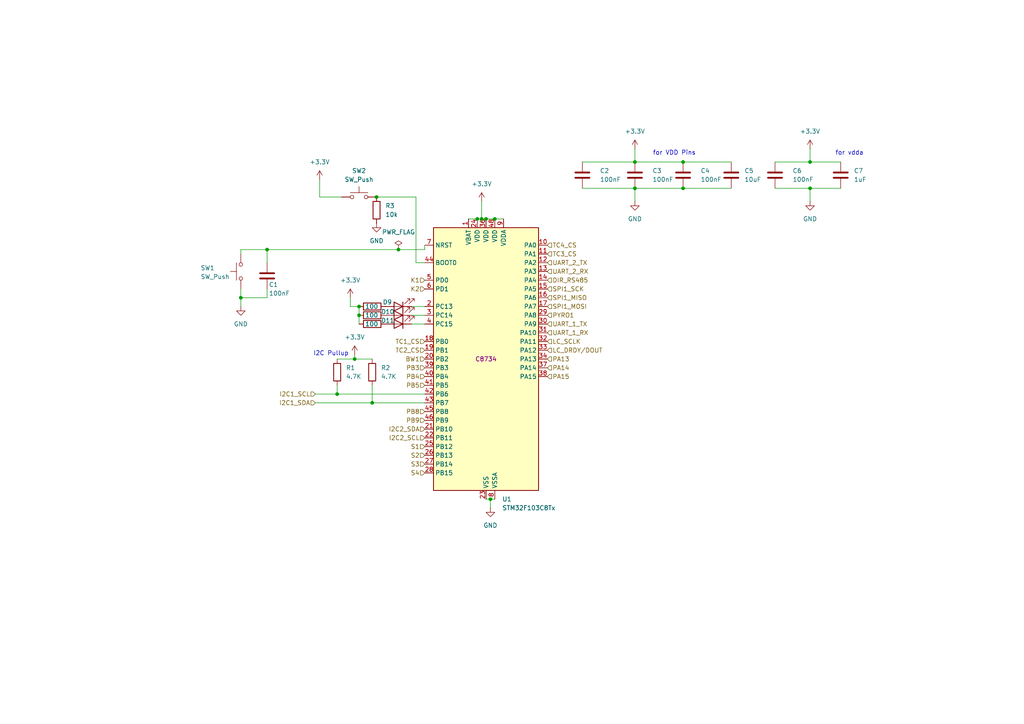
<source format=kicad_sch>
(kicad_sch (version 20250114) (generator "eeschema") (generator_version "9.0")
  (paper "A4")
  (lib_symbols
    (symbol "Device:C" (pin_numbers (hide yes)) (pin_names (offset 0.254))
      (property "Reference" "C" (at 0.635 2.54 0))
      (property "Value" "C" (at 0.635 -2.54 0))
      (symbol "C_0_1"
        (polyline (pts (xy -2.032 0.762) (xy 2.032 0.762)) (stroke (width 0.508)))
        (polyline (pts (xy -2.032 -0.762) (xy 2.032 -0.762)) (stroke (width 0.508)))
      )
      (symbol "C_1_1"
        (pin passive line (at 0 3.81 270) (length 2.794) (name "~") (number "1"))
        (pin passive line (at 0 -3.81 90) (length 2.794) (name "~") (number "2"))
      )
    )
    (symbol "Device:LED" (pin_numbers (hide yes)) (pin_names (offset 1.016) (hide yes))
      (property "Reference" "D" (at 0 2.54 0))
      (property "Value" "LED" (at 0 -2.54 0))
      (symbol "LED_0_1"
        (polyline (pts (xy -3.048 -0.762) (xy -4.572 -2.286) (xy -3.81 -2.286) (xy -4.572 -2.286) (xy -4.572 -1.524)))
        (polyline (pts (xy -1.778 -0.762) (xy -3.302 -2.286) (xy -2.54 -2.286) (xy -3.302 -2.286) (xy -3.302 -1.524)))
        (polyline (pts (xy -1.27 0) (xy 1.27 0)))
        (polyline (pts (xy -1.27 -1.27) (xy -1.27 1.27)) (stroke (width 0.254)))
        (polyline (pts (xy 1.27 -1.27) (xy 1.27 1.27) (xy -1.27 0) (xy 1.27 -1.27)) (stroke (width 0.254)))
      )
      (symbol "LED_1_1"
        (pin passive line (at -3.81 0 0) (length 2.54) (name "K") (number "1"))
        (pin passive line (at 3.81 0 180) (length 2.54) (name "A") (number "2"))
      )
    )
    (symbol "Device:R" (pin_numbers (hide yes)) (pin_names (offset 0))
      (property "Reference" "R" (at 2.032 0 90))
      (property "Value" "R" (at 0 0 90))
      (symbol "R_0_1"
        (rectangle (start -1.016 -2.54) (end 1.016 2.54) (stroke (width 0.254)))
      )
      (symbol "R_1_1"
        (pin passive line (at 0 3.81 270) (length 1.27) (name "~") (number "1"))
        (pin passive line (at 0 -3.81 90) (length 1.27) (name "~") (number "2"))
      )
    )
    (symbol "MCU_ST_STM32F1:STM32F103C8Tx"
      (property "Reference" "U" (at -15.24 39.37 0))
      (property "Value" "STM32F103C8Tx" (at 7.62 39.37 0))
      (symbol "STM32F103C8Tx_0_1"
        (rectangle (start -15.24 -38.1) (end 15.24 38.1) (stroke (width 0.254)) (fill (type background)))
      )
      (symbol "STM32F103C8Tx_1_1"
        (pin input line (at -17.78 33.02 0) (length 2.54) (name "NRST") (number "7"))
        (pin input line (at -17.78 27.94 0) (length 2.54) (name "BOOT0") (number "44"))
        (pin bidirectional line (at -17.78 22.86 0) (length 2.54) (name "PD0") (number "5"))
        (pin bidirectional line (at -17.78 20.32 0) (length 2.54) (name "PD1") (number "6"))
        (pin bidirectional line (at -17.78 15.24 0) (length 2.54) (name "PC13") (number "2"))
        (pin bidirectional line (at -17.78 12.7 0) (length 2.54) (name "PC14") (number "3"))
        (pin bidirectional line (at -17.78 10.16 0) (length 2.54) (name "PC15") (number "4"))
        (pin bidirectional line (at -17.78 5.08 0) (length 2.54) (name "PB0") (number "18"))
        (pin bidirectional line (at -17.78 2.54 0) (length 2.54) (name "PB1") (number "19"))
        (pin bidirectional line (at -17.78 0 0) (length 2.54) (name "PB2") (number "20"))
        (pin bidirectional line (at -17.78 -2.54 0) (length 2.54) (name "PB3") (number "39"))
        (pin bidirectional line (at -17.78 -5.08 0) (length 2.54) (name "PB4") (number "40"))
        (pin bidirectional line (at -17.78 -7.62 0) (length 2.54) (name "PB5") (number "41"))
        (pin bidirectional line (at -17.78 -10.16 0) (length 2.54) (name "PB6") (number "42"))
        (pin bidirectional line (at -17.78 -12.7 0) (length 2.54) (name "PB7") (number "43"))
        (pin bidirectional line (at -17.78 -15.24 0) (length 2.54) (name "PB8") (number "45"))
        (pin bidirectional line (at -17.78 -17.78 0) (length 2.54) (name "PB9") (number "46"))
        (pin bidirectional line (at -17.78 -20.32 0) (length 2.54) (name "PB10") (number "21"))
        (pin bidirectional line (at -17.78 -22.86 0) (length 2.54) (name "PB11") (number "22"))
        (pin bidirectional line (at -17.78 -25.4 0) (length 2.54) (name "PB12") (number "25"))
        (pin bidirectional line (at -17.78 -27.94 0) (length 2.54) (name "PB13") (number "26"))
        (pin bidirectional line (at -17.78 -30.48 0) (length 2.54) (name "PB14") (number "27"))
        (pin bidirectional line (at -17.78 -33.02 0) (length 2.54) (name "PB15") (number "28"))
        (pin power_in line (at -5.08 40.64 270) (length 2.54) (name "VBAT") (number "1"))
        (pin power_in line (at -2.54 40.64 270) (length 2.54) (name "VDD") (number "24"))
        (pin power_in line (at 0 40.64 270) (length 2.54) (name "VDD") (number "36"))
        (pin power_in line (at 0 -40.64 90) (length 2.54) (name "VSS") (number "23"))
        (pin passive line (at 0 -40.64 90) (length 2.54) (hide yes) (name "VSS") (number "35"))
        (pin passive line (at 0 -40.64 90) (length 2.54) (hide yes) (name "VSS") (number "47"))
        (pin power_in line (at 2.54 40.64 270) (length 2.54) (name "VDD") (number "48"))
        (pin power_in line (at 2.54 -40.64 90) (length 2.54) (name "VSSA") (number "8"))
        (pin power_in line (at 5.08 40.64 270) (length 2.54) (name "VDDA") (number "9"))
        (pin bidirectional line (at 17.78 33.02 180) (length 2.54) (name "PA0") (number "10"))
        (pin bidirectional line (at 17.78 30.48 180) (length 2.54) (name "PA1") (number "11"))
        (pin bidirectional line (at 17.78 27.94 180) (length 2.54) (name "PA2") (number "12"))
        (pin bidirectional line (at 17.78 25.4 180) (length 2.54) (name "PA3") (number "13"))
        (pin bidirectional line (at 17.78 22.86 180) (length 2.54) (name "PA4") (number "14"))
        (pin bidirectional line (at 17.78 20.32 180) (length 2.54) (name "PA5") (number "15"))
        (pin bidirectional line (at 17.78 17.78 180) (length 2.54) (name "PA6") (number "16"))
        (pin bidirectional line (at 17.78 15.24 180) (length 2.54) (name "PA7") (number "17"))
        (pin bidirectional line (at 17.78 12.7 180) (length 2.54) (name "PA8") (number "29"))
        (pin bidirectional line (at 17.78 10.16 180) (length 2.54) (name "PA9") (number "30"))
        (pin bidirectional line (at 17.78 7.62 180) (length 2.54) (name "PA10") (number "31"))
        (pin bidirectional line (at 17.78 5.08 180) (length 2.54) (name "PA11") (number "32"))
        (pin bidirectional line (at 17.78 2.54 180) (length 2.54) (name "PA12") (number "33"))
        (pin bidirectional line (at 17.78 0 180) (length 2.54) (name "PA13") (number "34"))
        (pin bidirectional line (at 17.78 -2.54 180) (length 2.54) (name "PA14") (number "37"))
        (pin bidirectional line (at 17.78 -5.08 180) (length 2.54) (name "PA15") (number "38"))
      )
    )
    (symbol "Switch:SW_Push" (pin_numbers (hide yes)) (pin_names (offset 1.016) (hide yes))
      (property "Reference" "SW" (at 1.27 2.54 0))
      (property "Value" "SW_Push" (at 0 -1.524 0))
      (symbol "SW_Push_0_1"
        (circle (center -2.032 0) (radius 0.508))
        (polyline (pts (xy 0 1.27) (xy 0 3.048)))
        (circle (center 2.032 0) (radius 0.508))
        (polyline (pts (xy 2.54 1.27) (xy -2.54 1.27)))
        (pin passive line (at -5.08 0 0) (length 2.54) (name "1") (number "1"))
        (pin passive line (at 5.08 0 180) (length 2.54) (name "2") (number "2"))
      )
    )
    (symbol "power:+3.3V" (power) (pin_numbers (hide yes)) (pin_names (offset 0) (hide yes))
      (property "Value" "+3.3V" (at 0 3.556 0))
      (symbol "+3.3V_0_1"
        (polyline (pts (xy -0.762 1.27) (xy 0 2.54)))
        (polyline (pts (xy 0 2.54) (xy 0.762 1.27)))
        (polyline (pts (xy 0 0) (xy 0 2.54)))
      )
      (symbol "+3.3V_1_1"
        (pin power_in line (at 0 0 90) (length 0) (name "~") (number "1"))
      )
    )
    (symbol "power:GND" (power) (pin_numbers (hide yes)) (pin_names (offset 0) (hide yes))
      (property "Value" "GND" (at 0 -3.81 0))
      (symbol "GND_0_1"
        (polyline (pts (xy 0 0) (xy 0 -1.27) (xy 1.27 -1.27) (xy 0 -2.54) (xy -1.27 -1.27) (xy 0 -1.27)))
      )
      (symbol "GND_1_1"
        (pin power_in line (at 0 0 270) (length 0) (name "~") (number "1"))
      )
    )
    (symbol "power:PWR_FLAG" (power) (pin_numbers (hide yes)) (pin_names (offset 0) (hide yes))
      (property "Value" "PWR_FLAG" (at 0 3.81 0))
      (symbol "PWR_FLAG_0_0"
        (pin power_out line (at 0 0 90) (length 0) (name "~") (number "1"))
      )
      (symbol "PWR_FLAG_0_1"
        (polyline (pts (xy 0 0) (xy 0 1.27) (xy -1.016 1.905) (xy 0 2.54) (xy 1.016 1.905) (xy 0 1.27)))
      )
    )
  )
  (text "I2C Pullup\n" (at 96.012 102.616 0) (effects (font (size 1.27 1.27))))
  (text "for VDD Pins" (at 195.58 44.45 0) (effects (font (size 1.27 1.27))))
  (text "for vdda" (at 246.38 44.45 0) (effects (font (size 1.27 1.27))))
  (junction (at 69.85 86.36))
  (junction (at 107.95 116.84))
  (junction (at 184.15 54.61))
  (junction (at 104.14 88.9))
  (junction (at 143.51 63.5))
  (junction (at 102.87 104.14))
  (junction (at 109.22 57.15))
  (junction (at 139.7 63.5))
  (junction (at 138.43 63.5))
  (junction (at 97.79 114.3))
  (junction (at 77.47 72.39))
  (junction (at 140.97 63.5))
  (junction (at 198.12 46.99))
  (junction (at 115.57 72.39))
  (junction (at 184.15 46.99))
  (junction (at 234.95 46.99))
  (junction (at 198.12 54.61))
  (junction (at 234.95 54.61))
  (junction (at 104.14 91.44))
  (junction (at 142.24 144.78))
  (wire (pts (xy 143.51 63.5) (xy 146.05 63.5)))
  (wire (pts (xy 140.97 63.5) (xy 143.51 63.5)))
  (wire (pts (xy 101.6 88.9) (xy 104.14 88.9)))
  (wire (pts (xy 97.79 114.3) (xy 123.19 114.3)))
  (wire (pts (xy 120.65 57.15) (xy 120.65 76.2)))
  (wire (pts (xy 184.15 46.99) (xy 198.12 46.99)))
  (wire (pts (xy 168.91 54.61) (xy 184.15 54.61)))
  (wire (pts (xy 91.44 116.84) (xy 107.95 116.84)))
  (wire (pts (xy 102.87 104.14) (xy 107.95 104.14)))
  (wire (pts (xy 107.95 116.84) (xy 123.19 116.84)))
  (wire (pts (xy 107.95 111.76) (xy 107.95 116.84)))
  (wire (pts (xy 77.47 72.39) (xy 77.47 76.2)))
  (wire (pts (xy 99.06 57.15) (xy 92.71 57.15)))
  (wire (pts (xy 142.24 144.78) (xy 142.24 147.32)))
  (wire (pts (xy 77.47 72.39) (xy 115.57 72.39)))
  (wire (pts (xy 104.14 91.44) (xy 104.14 93.98)))
  (wire (pts (xy 184.15 43.18) (xy 184.15 46.99)))
  (wire (pts (xy 139.7 63.5) (xy 140.97 63.5)))
  (wire (pts (xy 102.87 102.87) (xy 102.87 104.14)))
  (wire (pts (xy 123.19 72.39) (xy 123.19 71.12)))
  (wire (pts (xy 69.85 73.66) (xy 69.85 72.39)))
  (wire (pts (xy 69.85 72.39) (xy 77.47 72.39)))
  (wire (pts (xy 109.22 57.15) (xy 120.65 57.15)))
  (wire (pts (xy 135.89 63.5) (xy 138.43 63.5)))
  (wire (pts (xy 97.79 111.76) (xy 97.79 114.3)))
  (wire (pts (xy 119.38 88.9) (xy 123.19 88.9)))
  (wire (pts (xy 101.6 86.36) (xy 101.6 88.9)))
  (wire (pts (xy 97.79 104.14) (xy 102.87 104.14)))
  (wire (pts (xy 184.15 54.61) (xy 198.12 54.61)))
  (wire (pts (xy 140.97 144.78) (xy 142.24 144.78)))
  (wire (pts (xy 69.85 88.9) (xy 69.85 86.36)))
  (wire (pts (xy 198.12 46.99) (xy 212.09 46.99)))
  (wire (pts (xy 69.85 86.36) (xy 69.85 83.82)))
  (wire (pts (xy 104.14 88.9) (xy 104.14 91.44)))
  (wire (pts (xy 92.71 57.15) (xy 92.71 52.07)))
  (wire (pts (xy 120.65 76.2) (xy 123.19 76.2)))
  (wire (pts (xy 168.91 46.99) (xy 184.15 46.99)))
  (wire (pts (xy 184.15 54.61) (xy 184.15 58.42)))
  (wire (pts (xy 224.79 46.99) (xy 234.95 46.99)))
  (wire (pts (xy 77.47 86.36) (xy 69.85 86.36)))
  (wire (pts (xy 142.24 144.78) (xy 143.51 144.78)))
  (wire (pts (xy 119.38 91.44) (xy 123.19 91.44)))
  (wire (pts (xy 91.44 114.3) (xy 97.79 114.3)))
  (wire (pts (xy 138.43 63.5) (xy 139.7 63.5)))
  (wire (pts (xy 234.95 46.99) (xy 243.84 46.99)))
  (wire (pts (xy 234.95 54.61) (xy 243.84 54.61)))
  (wire (pts (xy 234.95 54.61) (xy 234.95 58.42)))
  (wire (pts (xy 77.47 83.82) (xy 77.47 86.36)))
  (wire (pts (xy 198.12 54.61) (xy 212.09 54.61)))
  (wire (pts (xy 234.95 43.18) (xy 234.95 46.99)))
  (wire (pts (xy 139.7 58.42) (xy 139.7 63.5)))
  (wire (pts (xy 115.57 72.39) (xy 123.19 72.39)))
  (wire (pts (xy 224.79 54.61) (xy 234.95 54.61)))
  (wire (pts (xy 119.38 93.98) (xy 123.19 93.98)))
  (hierarchical_label "SPI1_MOSI" (shape input) (at 158.75 88.9 0))
  (hierarchical_label "LC_DRDY{slash}DOUT" (shape input) (at 158.75 101.6 0))
  (hierarchical_label "I2C2_SCL" (shape input) (at 123.19 127 180))
  (hierarchical_label "PB9" (shape input) (at 123.19 121.92 180))
  (hierarchical_label "UART_2_RX" (shape input) (at 158.75 78.74 0))
  (hierarchical_label "PB3" (shape input) (at 123.19 106.68 180))
  (hierarchical_label "PB4" (shape input) (at 123.19 109.22 180))
  (hierarchical_label "SPI1_SCK" (shape input) (at 158.75 83.82 0))
  (hierarchical_label "DIR_RS485" (shape input) (at 158.75 81.28 0))
  (hierarchical_label "S1" (shape input) (at 123.19 129.54 180))
  (hierarchical_label "TC3_CS" (shape input) (at 158.75 73.66 0))
  (hierarchical_label "PA13" (shape input) (at 158.75 104.14 0))
  (hierarchical_label "LC_SCLK" (shape input) (at 158.75 99.06 0))
  (hierarchical_label "PA15" (shape input) (at 158.75 109.22 0))
  (hierarchical_label "I2C2_SDA" (shape input) (at 123.19 124.46 180))
  (hierarchical_label "PA14" (shape input) (at 158.75 106.68 0))
  (hierarchical_label "I2C1_SCL" (shape input) (at 91.44 114.3 180))
  (hierarchical_label "UART_1_TX" (shape input) (at 158.75 93.98 0))
  (hierarchical_label "TC4_CS" (shape input) (at 158.75 71.12 0))
  (hierarchical_label "PYRO1" (shape input) (at 158.75 91.44 0))
  (hierarchical_label "K1" (shape input) (at 123.19 81.28 180))
  (hierarchical_label "UART_2_TX" (shape input) (at 158.75 76.2 0))
  (hierarchical_label "S2" (shape input) (at 123.19 132.08 180))
  (hierarchical_label "BW1" (shape input) (at 123.19 104.14 180))
  (hierarchical_label "PB5" (shape input) (at 123.19 111.76 180))
  (hierarchical_label "TC1_CS" (shape input) (at 123.19 99.06 180))
  (hierarchical_label "UART_1_RX" (shape input) (at 158.75 96.52 0))
  (hierarchical_label "PB8" (shape input) (at 123.19 119.38 180))
  (hierarchical_label "SPI1_MISO" (shape input) (at 158.75 86.36 0))
  (hierarchical_label "S3" (shape input) (at 123.19 134.62 180))
  (hierarchical_label "TC2_CS" (shape input) (at 123.19 101.6 180))
  (hierarchical_label "S4" (shape input) (at 123.19 137.16 180))
  (hierarchical_label "K2" (shape input) (at 123.19 83.82 180))
  (hierarchical_label "I2C1_SDA" (shape input) (at 91.44 116.84 180))
  (symbol (lib_id "Device:R") (at 107.95 93.98 90) (unit 1)
    (property "Reference" "R30" (effects (hide yes)))
    (property "Value" "100" (at 109.728 93.98 90) (effects (justify left)))
    (property "Footprint" "Resistor_SMD:R_0402_1005Metric" (effects (hide yes)))
    (property "Description" "Resistor" (effects (hide yes)))
  )
  (symbol (lib_id "Device:C") (at 184.15 50.8 0) (unit 1)
    (property "Reference" "C3" (at 189.23 49.53 0) (effects (justify left)))
    (property "Value" "100nF" (at 189.23 52.07 0) (effects (justify left)))
    (property "Footprint" "Capacitor_SMD:C_0402_1005Metric" (effects (hide yes)))
    (property "Description" "Unpolarized capacitor" (effects (hide yes)))
  )
  (symbol (lib_id "Device:LED") (at 115.57 93.98 180) (unit 1)
    (property "Reference" "D11" (at 110.49 92.964 0) (effects (justify right)))
    (property "Value" "Blue" (effects (hide yes)))
    (property "Footprint" "LED_SMD:LED_0603_1608Metric" (effects (hide yes)))
    (property "Description" "Light emitting diode" (effects (hide yes)))
    (property "Sim.Pins" "1=K 2=A" (effects (hide yes)))
    (property "JLC#" "C965807" (effects (hide yes)))
  )
  (symbol (lib_id "Device:R") (at 107.95 91.44 90) (unit 1)
    (property "Reference" "R29" (effects (hide yes)))
    (property "Value" "100" (at 109.728 91.44 90) (effects (justify left)))
    (property "Footprint" "Resistor_SMD:R_0402_1005Metric" (effects (hide yes)))
    (property "Description" "Resistor" (effects (hide yes)))
  )
  (symbol (lib_id "power:+3.3V") (at 102.87 102.87 0) (unit 1)
    (property "Reference" "#PWR03" (effects (hide yes)))
    (property "Value" "+3.3V" (at 102.87 97.79 0))
    (property "Description" "Power symbol creates a global label with name \"+3.3V\"" (effects (hide yes)))
  )
  (symbol (lib_id "Device:R") (at 97.79 107.95 0) (unit 1)
    (property "Reference" "R1" (at 100.33 106.6799 0) (effects (justify left)))
    (property "Value" "4.7K" (at 100.33 109.2199 0) (effects (justify left)))
    (property "Footprint" "Resistor_SMD:R_0402_1005Metric" (effects (hide yes)))
    (property "Description" "Resistor" (effects (hide yes)))
  )
  (symbol (lib_id "Device:C") (at 77.47 80.01 0) (unit 1)
    (property "Reference" "C1" (at 77.978 82.55 0) (effects (justify left)))
    (property "Value" "100nF" (at 77.978 85.09 0) (effects (justify left)))
    (property "Footprint" "Capacitor_SMD:C_0402_1005Metric" (effects (hide yes)))
    (property "Description" "Unpolarized capacitor" (effects (hide yes)))
  )
  (symbol (lib_id "power:GND") (at 69.85 88.9 0) (unit 1)
    (property "Reference" "#PWR02" (effects (hide yes)))
    (property "Value" "GND" (at 69.85 93.98 0))
    (property "Description" "Power symbol creates a global label with name \"GND\" , ground" (effects (hide yes)))
  )
  (symbol (lib_id "Device:LED") (at 115.57 88.9 180) (unit 1)
    (property "Reference" "D9" (at 110.998 87.63 0) (effects (justify right)))
    (property "Value" "Red" (effects (hide yes)))
    (property "Footprint" "LED_SMD:LED_0603_1608Metric" (effects (hide yes)))
    (property "Description" "Light emitting diode" (effects (hide yes)))
    (property "Sim.Pins" "1=K 2=A" (effects (hide yes)))
    (property "JLC#" "C965799" (effects (hide yes)))
  )
  (symbol (lib_id "Switch:SW_Push") (at 104.14 57.15 0) (unit 1)
    (property "Reference" "SW2" (at 104.14 49.53 0))
    (property "Value" "SW_Push" (at 104.14 52.07 0))
    (property "Footprint" "Button_Switch_SMD:SW_SPST_B3U-1000P" (effects (hide yes)))
    (property "Description" "Push button switch, generic, two pins" (effects (hide yes)))
    (property "JLC#" "C231329" (effects (hide yes)))
  )
  (symbol (lib_id "power:+3.3V") (at 101.6 86.36 0) (unit 1)
    (property "Reference" "#PWR0117" (effects (hide yes)))
    (property "Value" "+3.3V" (at 101.6 81.28 0))
    (property "Description" "Power symbol creates a global label with name \"+3.3V\"" (effects (hide yes)))
  )
  (symbol (lib_id "power:+3.3V") (at 139.7 58.42 0) (unit 1)
    (property "Reference" "#PWR05" (effects (hide yes)))
    (property "Value" "+3.3V" (at 139.7 53.34 0))
    (property "Description" "Power symbol creates a global label with name \"+3.3V\"" (effects (hide yes)))
  )
  (symbol (lib_id "Device:R") (at 107.95 107.95 0) (unit 1)
    (property "Reference" "R2" (at 110.49 106.6799 0) (effects (justify left)))
    (property "Value" "4.7K" (at 110.49 109.2199 0) (effects (justify left)))
    (property "Footprint" "Resistor_SMD:R_0402_1005Metric" (effects (hide yes)))
    (property "Description" "Resistor" (effects (hide yes)))
  )
  (symbol (lib_id "power:GND") (at 184.15 58.42 0) (unit 1)
    (property "Reference" "#PWR08" (effects (hide yes)))
    (property "Value" "GND" (at 184.15 63.5 0))
    (property "Description" "Power symbol creates a global label with name \"GND\" , ground" (effects (hide yes)))
  )
  (symbol (lib_id "Device:LED") (at 115.57 91.44 180) (unit 1)
    (property "Reference" "D10" (at 110.49 90.424 0) (effects (justify right)))
    (property "Value" "White" (effects (hide yes)))
    (property "Footprint" "LED_SMD:LED_0603_1608Metric" (effects (hide yes)))
    (property "Description" "Light emitting diode" (effects (hide yes)))
    (property "Sim.Pins" "1=K 2=A" (effects (hide yes)))
    (property "JLC#" "C965808" (effects (hide yes)))
  )
  (symbol (lib_id "power:GND") (at 234.95 58.42 0) (unit 1)
    (property "Reference" "#PWR010" (effects (hide yes)))
    (property "Value" "GND" (at 234.95 63.5 0))
    (property "Description" "Power symbol creates a global label with name \"GND\" , ground" (effects (hide yes)))
  )
  (symbol (lib_id "Device:C") (at 212.09 50.8 0) (unit 1)
    (property "Reference" "C5" (at 215.9 49.5299 0) (effects (justify left)))
    (property "Value" "10uF" (at 215.9 52.0699 0) (effects (justify left)))
    (property "Footprint" "Capacitor_SMD:C_0805_2012Metric" (effects (hide yes)))
    (property "Description" "Unpolarized capacitor" (effects (hide yes)))
  )
  (symbol (lib_id "power:PWR_FLAG") (at 115.57 72.39 0) (unit 1)
    (property "Reference" "#FLG01" (effects (hide yes)))
    (property "Value" "PWR_FLAG" (at 115.57 67.31 0))
    (property "Description" "Special symbol for telling ERC where power comes from" (effects (hide yes)))
  )
  (symbol (lib_id "power:+3.3V") (at 234.95 43.18 0) (unit 1)
    (property "Reference" "#PWR09" (effects (hide yes)))
    (property "Value" "+3.3V" (at 234.95 38.1 0))
    (property "Description" "Power symbol creates a global label with name \"+3.3V\"" (effects (hide yes)))
  )
  (symbol (lib_id "MCU_ST_STM32F1:STM32F103C8Tx") (at 140.97 104.14 0) (unit 1)
    (property "Reference" "U1" (at 145.6533 144.78 0) (effects (justify left)))
    (property "Value" "STM32F103C8Tx" (at 145.6533 147.32 0) (effects (justify left)))
    (property "Footprint" "Package_QFP:LQFP-48_7x7mm_P0.5mm" (effects (hide yes)))
    (property "Datasheet" "https://www.st.com/resource/en/datasheet/stm32f103c8.pdf" (effects (hide yes)))
    (property "Description" "STMicroelectronics Arm Cortex-M3 MCU, 64KB flash, 20KB RAM, 72 MHz, 2.0-3.6V, 37 GPIO, LQFP48" (effects (hide yes)))
    (property "JLC#" "C8734" (at 140.97 104.14 0))
  )
  (symbol (lib_id "Device:C") (at 224.79 50.8 0) (unit 1)
    (property "Reference" "C6" (at 229.87 49.53 0) (effects (justify left)))
    (property "Value" "100nF" (at 229.87 52.07 0) (effects (justify left)))
    (property "Footprint" "Capacitor_SMD:C_0402_1005Metric" (effects (hide yes)))
    (property "Description" "Unpolarized capacitor" (effects (hide yes)))
  )
  (symbol (lib_id "Switch:SW_Push") (at 69.85 78.74 90) (unit 1)
    (property "Reference" "SW1" (at 58.166 77.724 90) (effects (justify right)))
    (property "Value" "SW_Push" (at 58.166 80.264 90) (effects (justify right)))
    (property "Footprint" "Button_Switch_SMD:SW_SPST_B3U-1000P" (effects (hide yes)))
    (property "Description" "Push button switch, generic, two pins" (effects (hide yes)))
    (property "JLC#" " C231329" (effects (hide yes)))
  )
  (symbol (lib_id "Device:C") (at 198.12 50.8 0) (unit 1)
    (property "Reference" "C4" (at 203.2 49.53 0) (effects (justify left)))
    (property "Value" "100nF" (at 203.2 52.07 0) (effects (justify left)))
    (property "Footprint" "Capacitor_SMD:C_0402_1005Metric" (effects (hide yes)))
    (property "Description" "Unpolarized capacitor" (effects (hide yes)))
  )
  (symbol (lib_id "power:+3.3V") (at 184.15 43.18 0) (unit 1)
    (property "Reference" "#PWR07" (effects (hide yes)))
    (property "Value" "+3.3V" (at 184.15 38.1 0))
    (property "Description" "Power symbol creates a global label with name \"+3.3V\"" (effects (hide yes)))
  )
  (symbol (lib_id "power:+3.3V") (at 92.71 52.07 0) (unit 1)
    (property "Reference" "#PWR01" (effects (hide yes)))
    (property "Value" "+3.3V" (at 92.71 46.99 0))
    (property "Description" "Power symbol creates a global label with name \"+3.3V\"" (effects (hide yes)))
  )
  (symbol (lib_id "Device:R") (at 109.22 60.96 0) (unit 1)
    (property "Reference" "R3" (at 111.76 59.6899 0) (effects (justify left)))
    (property "Value" "10k" (at 111.76 62.2299 0) (effects (justify left)))
    (property "Footprint" "Resistor_SMD:R_0603_1608Metric" (effects (hide yes)))
    (property "Description" "Resistor" (effects (hide yes)))
  )
  (symbol (lib_id "Device:R") (at 107.95 88.9 90) (unit 1)
    (property "Reference" "R28" (effects (hide yes)))
    (property "Value" "100" (at 109.728 88.9 90) (effects (justify left)))
    (property "Footprint" "Resistor_SMD:R_0402_1005Metric" (effects (hide yes)))
    (property "Description" "Resistor" (effects (hide yes)))
  )
  (symbol (lib_id "power:GND") (at 142.24 147.32 0) (unit 1)
    (property "Reference" "#PWR06" (effects (hide yes)))
    (property "Value" "GND" (at 142.24 152.4 0))
    (property "Description" "Power symbol creates a global label with name \"GND\" , ground" (effects (hide yes)))
  )
  (symbol (lib_id "Device:C") (at 168.91 50.8 0) (unit 1)
    (property "Reference" "C2" (at 173.99 49.53 0) (effects (justify left)))
    (property "Value" "100nF" (at 173.99 52.07 0) (effects (justify left)))
    (property "Footprint" "Capacitor_SMD:C_0402_1005Metric" (effects (hide yes)))
    (property "Description" "Unpolarized capacitor" (effects (hide yes)))
  )
  (symbol (lib_id "power:GND") (at 109.22 64.77 0) (unit 1)
    (property "Reference" "#PWR04" (effects (hide yes)))
    (property "Value" "GND" (at 109.22 69.85 0))
    (property "Description" "Power symbol creates a global label with name \"GND\" , ground" (effects (hide yes)))
  )
  (symbol (lib_id "Device:C") (at 243.84 50.8 0) (unit 1)
    (property "Reference" "C7" (at 247.65 49.5299 0) (effects (justify left)))
    (property "Value" "1uF" (at 247.65 52.0699 0) (effects (justify left)))
    (property "Footprint" "Capacitor_SMD:C_0603_1608Metric" (effects (hide yes)))
    (property "Description" "Unpolarized capacitor" (effects (hide yes)))
  )
)
</source>
